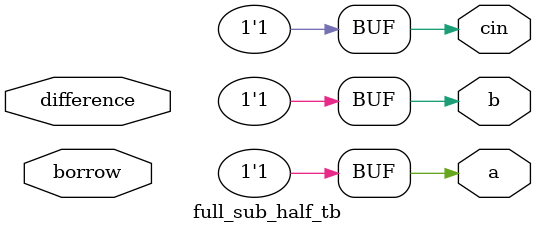
<source format=v>
module full_sub_half_tb(a,b,cin,difference,borrow);
  input wire difference,borrow;
  output reg a,b,cin;
  full_sub dut(a,b,cin,difference,borrow);
  initial begin
    $monitor("Time=%0t a=%0b b=%0b cin=%0b difference=%0b borrow=%0b",$time,a,b,cin,difference,borrow);
    #5 a=0;b=0;cin=0;
    #5 a=0;b=0;cin=1;
    #5 a=0;b=1;cin=0;
    #5 a=0;b=1;cin=1;
    #5 a=1;b=0;cin=0;
    #5 a=1;b=0;cin=1;
    #5 a=1;b=1;cin=0;
    #5 a=1;b=1;cin=1;
    #5;
  end
endmodule

</source>
